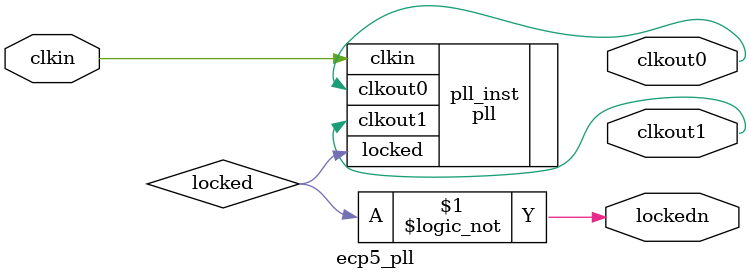
<source format=v>

module ecp5_pll(
    input clkin,
    output clkout0,
    output clkout1,
    output lockedn
);
    wire locked;
    pll pll_inst(
        .clkin(clkin),
        .clkout0(clkout0),
        .clkout1(clkout1),
        .locked(locked)
    );
    
    assign lockedn = !locked;
endmodule
</source>
